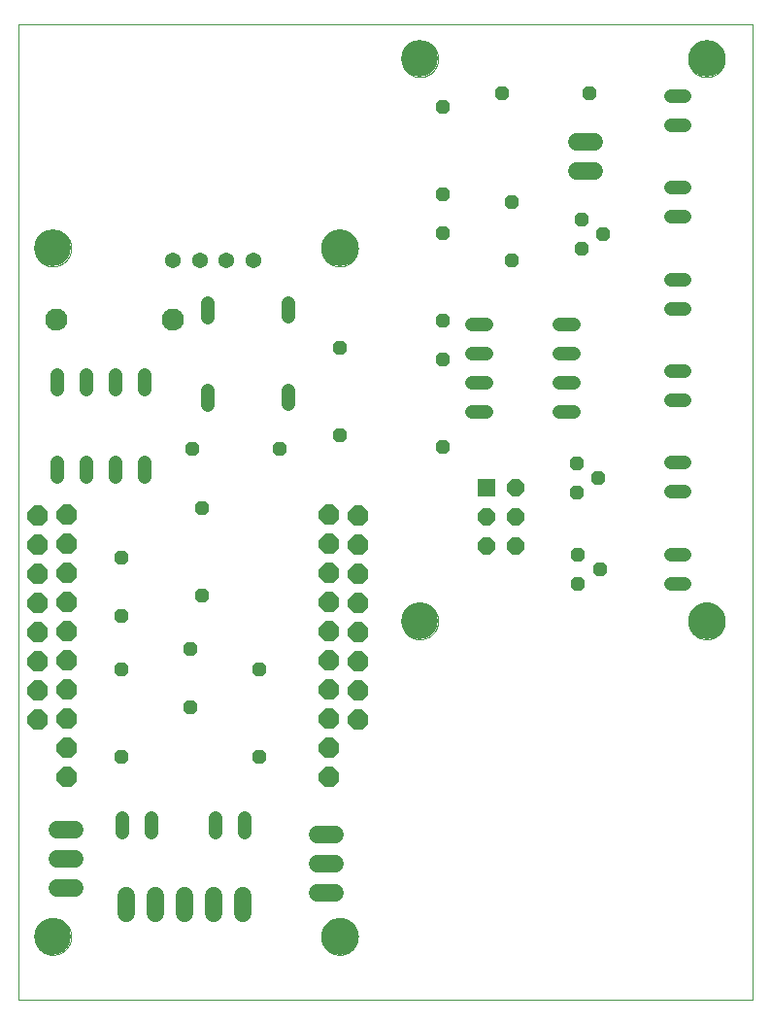
<source format=gbs>
G75*
%MOIN*%
%OFA0B0*%
%FSLAX25Y25*%
%IPPOS*%
%LPD*%
%AMOC8*
5,1,8,0,0,1.08239X$1,22.5*
%
%ADD10C,0.00000*%
%ADD11C,0.12598*%
%ADD12C,0.07600*%
%ADD13C,0.04800*%
%ADD14OC8,0.07000*%
%ADD15R,0.06000X0.06000*%
%ADD16OC8,0.06000*%
%ADD17C,0.06000*%
%ADD18OC8,0.04800*%
%ADD19C,0.05400*%
D10*
X0001000Y0001000D02*
X0001000Y0335646D01*
X0252969Y0335646D01*
X0252969Y0001000D01*
X0001000Y0001000D01*
X0006512Y0022654D02*
X0006514Y0022812D01*
X0006520Y0022970D01*
X0006530Y0023128D01*
X0006544Y0023286D01*
X0006562Y0023443D01*
X0006583Y0023600D01*
X0006609Y0023756D01*
X0006639Y0023912D01*
X0006672Y0024067D01*
X0006710Y0024220D01*
X0006751Y0024373D01*
X0006796Y0024525D01*
X0006845Y0024676D01*
X0006898Y0024825D01*
X0006954Y0024973D01*
X0007014Y0025119D01*
X0007078Y0025264D01*
X0007146Y0025407D01*
X0007217Y0025549D01*
X0007291Y0025689D01*
X0007369Y0025826D01*
X0007451Y0025962D01*
X0007535Y0026096D01*
X0007624Y0026227D01*
X0007715Y0026356D01*
X0007810Y0026483D01*
X0007907Y0026608D01*
X0008008Y0026730D01*
X0008112Y0026849D01*
X0008219Y0026966D01*
X0008329Y0027080D01*
X0008442Y0027191D01*
X0008557Y0027300D01*
X0008675Y0027405D01*
X0008796Y0027507D01*
X0008919Y0027607D01*
X0009045Y0027703D01*
X0009173Y0027796D01*
X0009303Y0027886D01*
X0009436Y0027972D01*
X0009571Y0028056D01*
X0009707Y0028135D01*
X0009846Y0028212D01*
X0009987Y0028284D01*
X0010129Y0028354D01*
X0010273Y0028419D01*
X0010419Y0028481D01*
X0010566Y0028539D01*
X0010715Y0028594D01*
X0010865Y0028645D01*
X0011016Y0028692D01*
X0011168Y0028735D01*
X0011321Y0028774D01*
X0011476Y0028810D01*
X0011631Y0028841D01*
X0011787Y0028869D01*
X0011943Y0028893D01*
X0012100Y0028913D01*
X0012258Y0028929D01*
X0012415Y0028941D01*
X0012574Y0028949D01*
X0012732Y0028953D01*
X0012890Y0028953D01*
X0013048Y0028949D01*
X0013207Y0028941D01*
X0013364Y0028929D01*
X0013522Y0028913D01*
X0013679Y0028893D01*
X0013835Y0028869D01*
X0013991Y0028841D01*
X0014146Y0028810D01*
X0014301Y0028774D01*
X0014454Y0028735D01*
X0014606Y0028692D01*
X0014757Y0028645D01*
X0014907Y0028594D01*
X0015056Y0028539D01*
X0015203Y0028481D01*
X0015349Y0028419D01*
X0015493Y0028354D01*
X0015635Y0028284D01*
X0015776Y0028212D01*
X0015915Y0028135D01*
X0016051Y0028056D01*
X0016186Y0027972D01*
X0016319Y0027886D01*
X0016449Y0027796D01*
X0016577Y0027703D01*
X0016703Y0027607D01*
X0016826Y0027507D01*
X0016947Y0027405D01*
X0017065Y0027300D01*
X0017180Y0027191D01*
X0017293Y0027080D01*
X0017403Y0026966D01*
X0017510Y0026849D01*
X0017614Y0026730D01*
X0017715Y0026608D01*
X0017812Y0026483D01*
X0017907Y0026356D01*
X0017998Y0026227D01*
X0018087Y0026096D01*
X0018171Y0025962D01*
X0018253Y0025826D01*
X0018331Y0025689D01*
X0018405Y0025549D01*
X0018476Y0025407D01*
X0018544Y0025264D01*
X0018608Y0025119D01*
X0018668Y0024973D01*
X0018724Y0024825D01*
X0018777Y0024676D01*
X0018826Y0024525D01*
X0018871Y0024373D01*
X0018912Y0024220D01*
X0018950Y0024067D01*
X0018983Y0023912D01*
X0019013Y0023756D01*
X0019039Y0023600D01*
X0019060Y0023443D01*
X0019078Y0023286D01*
X0019092Y0023128D01*
X0019102Y0022970D01*
X0019108Y0022812D01*
X0019110Y0022654D01*
X0019108Y0022496D01*
X0019102Y0022338D01*
X0019092Y0022180D01*
X0019078Y0022022D01*
X0019060Y0021865D01*
X0019039Y0021708D01*
X0019013Y0021552D01*
X0018983Y0021396D01*
X0018950Y0021241D01*
X0018912Y0021088D01*
X0018871Y0020935D01*
X0018826Y0020783D01*
X0018777Y0020632D01*
X0018724Y0020483D01*
X0018668Y0020335D01*
X0018608Y0020189D01*
X0018544Y0020044D01*
X0018476Y0019901D01*
X0018405Y0019759D01*
X0018331Y0019619D01*
X0018253Y0019482D01*
X0018171Y0019346D01*
X0018087Y0019212D01*
X0017998Y0019081D01*
X0017907Y0018952D01*
X0017812Y0018825D01*
X0017715Y0018700D01*
X0017614Y0018578D01*
X0017510Y0018459D01*
X0017403Y0018342D01*
X0017293Y0018228D01*
X0017180Y0018117D01*
X0017065Y0018008D01*
X0016947Y0017903D01*
X0016826Y0017801D01*
X0016703Y0017701D01*
X0016577Y0017605D01*
X0016449Y0017512D01*
X0016319Y0017422D01*
X0016186Y0017336D01*
X0016051Y0017252D01*
X0015915Y0017173D01*
X0015776Y0017096D01*
X0015635Y0017024D01*
X0015493Y0016954D01*
X0015349Y0016889D01*
X0015203Y0016827D01*
X0015056Y0016769D01*
X0014907Y0016714D01*
X0014757Y0016663D01*
X0014606Y0016616D01*
X0014454Y0016573D01*
X0014301Y0016534D01*
X0014146Y0016498D01*
X0013991Y0016467D01*
X0013835Y0016439D01*
X0013679Y0016415D01*
X0013522Y0016395D01*
X0013364Y0016379D01*
X0013207Y0016367D01*
X0013048Y0016359D01*
X0012890Y0016355D01*
X0012732Y0016355D01*
X0012574Y0016359D01*
X0012415Y0016367D01*
X0012258Y0016379D01*
X0012100Y0016395D01*
X0011943Y0016415D01*
X0011787Y0016439D01*
X0011631Y0016467D01*
X0011476Y0016498D01*
X0011321Y0016534D01*
X0011168Y0016573D01*
X0011016Y0016616D01*
X0010865Y0016663D01*
X0010715Y0016714D01*
X0010566Y0016769D01*
X0010419Y0016827D01*
X0010273Y0016889D01*
X0010129Y0016954D01*
X0009987Y0017024D01*
X0009846Y0017096D01*
X0009707Y0017173D01*
X0009571Y0017252D01*
X0009436Y0017336D01*
X0009303Y0017422D01*
X0009173Y0017512D01*
X0009045Y0017605D01*
X0008919Y0017701D01*
X0008796Y0017801D01*
X0008675Y0017903D01*
X0008557Y0018008D01*
X0008442Y0018117D01*
X0008329Y0018228D01*
X0008219Y0018342D01*
X0008112Y0018459D01*
X0008008Y0018578D01*
X0007907Y0018700D01*
X0007810Y0018825D01*
X0007715Y0018952D01*
X0007624Y0019081D01*
X0007535Y0019212D01*
X0007451Y0019346D01*
X0007369Y0019482D01*
X0007291Y0019619D01*
X0007217Y0019759D01*
X0007146Y0019901D01*
X0007078Y0020044D01*
X0007014Y0020189D01*
X0006954Y0020335D01*
X0006898Y0020483D01*
X0006845Y0020632D01*
X0006796Y0020783D01*
X0006751Y0020935D01*
X0006710Y0021088D01*
X0006672Y0021241D01*
X0006639Y0021396D01*
X0006609Y0021552D01*
X0006583Y0021708D01*
X0006562Y0021865D01*
X0006544Y0022022D01*
X0006530Y0022180D01*
X0006520Y0022338D01*
X0006514Y0022496D01*
X0006512Y0022654D01*
X0104937Y0022654D02*
X0104939Y0022812D01*
X0104945Y0022970D01*
X0104955Y0023128D01*
X0104969Y0023286D01*
X0104987Y0023443D01*
X0105008Y0023600D01*
X0105034Y0023756D01*
X0105064Y0023912D01*
X0105097Y0024067D01*
X0105135Y0024220D01*
X0105176Y0024373D01*
X0105221Y0024525D01*
X0105270Y0024676D01*
X0105323Y0024825D01*
X0105379Y0024973D01*
X0105439Y0025119D01*
X0105503Y0025264D01*
X0105571Y0025407D01*
X0105642Y0025549D01*
X0105716Y0025689D01*
X0105794Y0025826D01*
X0105876Y0025962D01*
X0105960Y0026096D01*
X0106049Y0026227D01*
X0106140Y0026356D01*
X0106235Y0026483D01*
X0106332Y0026608D01*
X0106433Y0026730D01*
X0106537Y0026849D01*
X0106644Y0026966D01*
X0106754Y0027080D01*
X0106867Y0027191D01*
X0106982Y0027300D01*
X0107100Y0027405D01*
X0107221Y0027507D01*
X0107344Y0027607D01*
X0107470Y0027703D01*
X0107598Y0027796D01*
X0107728Y0027886D01*
X0107861Y0027972D01*
X0107996Y0028056D01*
X0108132Y0028135D01*
X0108271Y0028212D01*
X0108412Y0028284D01*
X0108554Y0028354D01*
X0108698Y0028419D01*
X0108844Y0028481D01*
X0108991Y0028539D01*
X0109140Y0028594D01*
X0109290Y0028645D01*
X0109441Y0028692D01*
X0109593Y0028735D01*
X0109746Y0028774D01*
X0109901Y0028810D01*
X0110056Y0028841D01*
X0110212Y0028869D01*
X0110368Y0028893D01*
X0110525Y0028913D01*
X0110683Y0028929D01*
X0110840Y0028941D01*
X0110999Y0028949D01*
X0111157Y0028953D01*
X0111315Y0028953D01*
X0111473Y0028949D01*
X0111632Y0028941D01*
X0111789Y0028929D01*
X0111947Y0028913D01*
X0112104Y0028893D01*
X0112260Y0028869D01*
X0112416Y0028841D01*
X0112571Y0028810D01*
X0112726Y0028774D01*
X0112879Y0028735D01*
X0113031Y0028692D01*
X0113182Y0028645D01*
X0113332Y0028594D01*
X0113481Y0028539D01*
X0113628Y0028481D01*
X0113774Y0028419D01*
X0113918Y0028354D01*
X0114060Y0028284D01*
X0114201Y0028212D01*
X0114340Y0028135D01*
X0114476Y0028056D01*
X0114611Y0027972D01*
X0114744Y0027886D01*
X0114874Y0027796D01*
X0115002Y0027703D01*
X0115128Y0027607D01*
X0115251Y0027507D01*
X0115372Y0027405D01*
X0115490Y0027300D01*
X0115605Y0027191D01*
X0115718Y0027080D01*
X0115828Y0026966D01*
X0115935Y0026849D01*
X0116039Y0026730D01*
X0116140Y0026608D01*
X0116237Y0026483D01*
X0116332Y0026356D01*
X0116423Y0026227D01*
X0116512Y0026096D01*
X0116596Y0025962D01*
X0116678Y0025826D01*
X0116756Y0025689D01*
X0116830Y0025549D01*
X0116901Y0025407D01*
X0116969Y0025264D01*
X0117033Y0025119D01*
X0117093Y0024973D01*
X0117149Y0024825D01*
X0117202Y0024676D01*
X0117251Y0024525D01*
X0117296Y0024373D01*
X0117337Y0024220D01*
X0117375Y0024067D01*
X0117408Y0023912D01*
X0117438Y0023756D01*
X0117464Y0023600D01*
X0117485Y0023443D01*
X0117503Y0023286D01*
X0117517Y0023128D01*
X0117527Y0022970D01*
X0117533Y0022812D01*
X0117535Y0022654D01*
X0117533Y0022496D01*
X0117527Y0022338D01*
X0117517Y0022180D01*
X0117503Y0022022D01*
X0117485Y0021865D01*
X0117464Y0021708D01*
X0117438Y0021552D01*
X0117408Y0021396D01*
X0117375Y0021241D01*
X0117337Y0021088D01*
X0117296Y0020935D01*
X0117251Y0020783D01*
X0117202Y0020632D01*
X0117149Y0020483D01*
X0117093Y0020335D01*
X0117033Y0020189D01*
X0116969Y0020044D01*
X0116901Y0019901D01*
X0116830Y0019759D01*
X0116756Y0019619D01*
X0116678Y0019482D01*
X0116596Y0019346D01*
X0116512Y0019212D01*
X0116423Y0019081D01*
X0116332Y0018952D01*
X0116237Y0018825D01*
X0116140Y0018700D01*
X0116039Y0018578D01*
X0115935Y0018459D01*
X0115828Y0018342D01*
X0115718Y0018228D01*
X0115605Y0018117D01*
X0115490Y0018008D01*
X0115372Y0017903D01*
X0115251Y0017801D01*
X0115128Y0017701D01*
X0115002Y0017605D01*
X0114874Y0017512D01*
X0114744Y0017422D01*
X0114611Y0017336D01*
X0114476Y0017252D01*
X0114340Y0017173D01*
X0114201Y0017096D01*
X0114060Y0017024D01*
X0113918Y0016954D01*
X0113774Y0016889D01*
X0113628Y0016827D01*
X0113481Y0016769D01*
X0113332Y0016714D01*
X0113182Y0016663D01*
X0113031Y0016616D01*
X0112879Y0016573D01*
X0112726Y0016534D01*
X0112571Y0016498D01*
X0112416Y0016467D01*
X0112260Y0016439D01*
X0112104Y0016415D01*
X0111947Y0016395D01*
X0111789Y0016379D01*
X0111632Y0016367D01*
X0111473Y0016359D01*
X0111315Y0016355D01*
X0111157Y0016355D01*
X0110999Y0016359D01*
X0110840Y0016367D01*
X0110683Y0016379D01*
X0110525Y0016395D01*
X0110368Y0016415D01*
X0110212Y0016439D01*
X0110056Y0016467D01*
X0109901Y0016498D01*
X0109746Y0016534D01*
X0109593Y0016573D01*
X0109441Y0016616D01*
X0109290Y0016663D01*
X0109140Y0016714D01*
X0108991Y0016769D01*
X0108844Y0016827D01*
X0108698Y0016889D01*
X0108554Y0016954D01*
X0108412Y0017024D01*
X0108271Y0017096D01*
X0108132Y0017173D01*
X0107996Y0017252D01*
X0107861Y0017336D01*
X0107728Y0017422D01*
X0107598Y0017512D01*
X0107470Y0017605D01*
X0107344Y0017701D01*
X0107221Y0017801D01*
X0107100Y0017903D01*
X0106982Y0018008D01*
X0106867Y0018117D01*
X0106754Y0018228D01*
X0106644Y0018342D01*
X0106537Y0018459D01*
X0106433Y0018578D01*
X0106332Y0018700D01*
X0106235Y0018825D01*
X0106140Y0018952D01*
X0106049Y0019081D01*
X0105960Y0019212D01*
X0105876Y0019346D01*
X0105794Y0019482D01*
X0105716Y0019619D01*
X0105642Y0019759D01*
X0105571Y0019901D01*
X0105503Y0020044D01*
X0105439Y0020189D01*
X0105379Y0020335D01*
X0105323Y0020483D01*
X0105270Y0020632D01*
X0105221Y0020783D01*
X0105176Y0020935D01*
X0105135Y0021088D01*
X0105097Y0021241D01*
X0105064Y0021396D01*
X0105034Y0021552D01*
X0105008Y0021708D01*
X0104987Y0021865D01*
X0104969Y0022022D01*
X0104955Y0022180D01*
X0104945Y0022338D01*
X0104939Y0022496D01*
X0104937Y0022654D01*
X0132496Y0130921D02*
X0132498Y0131079D01*
X0132504Y0131237D01*
X0132514Y0131395D01*
X0132528Y0131553D01*
X0132546Y0131710D01*
X0132567Y0131867D01*
X0132593Y0132023D01*
X0132623Y0132179D01*
X0132656Y0132334D01*
X0132694Y0132487D01*
X0132735Y0132640D01*
X0132780Y0132792D01*
X0132829Y0132943D01*
X0132882Y0133092D01*
X0132938Y0133240D01*
X0132998Y0133386D01*
X0133062Y0133531D01*
X0133130Y0133674D01*
X0133201Y0133816D01*
X0133275Y0133956D01*
X0133353Y0134093D01*
X0133435Y0134229D01*
X0133519Y0134363D01*
X0133608Y0134494D01*
X0133699Y0134623D01*
X0133794Y0134750D01*
X0133891Y0134875D01*
X0133992Y0134997D01*
X0134096Y0135116D01*
X0134203Y0135233D01*
X0134313Y0135347D01*
X0134426Y0135458D01*
X0134541Y0135567D01*
X0134659Y0135672D01*
X0134780Y0135774D01*
X0134903Y0135874D01*
X0135029Y0135970D01*
X0135157Y0136063D01*
X0135287Y0136153D01*
X0135420Y0136239D01*
X0135555Y0136323D01*
X0135691Y0136402D01*
X0135830Y0136479D01*
X0135971Y0136551D01*
X0136113Y0136621D01*
X0136257Y0136686D01*
X0136403Y0136748D01*
X0136550Y0136806D01*
X0136699Y0136861D01*
X0136849Y0136912D01*
X0137000Y0136959D01*
X0137152Y0137002D01*
X0137305Y0137041D01*
X0137460Y0137077D01*
X0137615Y0137108D01*
X0137771Y0137136D01*
X0137927Y0137160D01*
X0138084Y0137180D01*
X0138242Y0137196D01*
X0138399Y0137208D01*
X0138558Y0137216D01*
X0138716Y0137220D01*
X0138874Y0137220D01*
X0139032Y0137216D01*
X0139191Y0137208D01*
X0139348Y0137196D01*
X0139506Y0137180D01*
X0139663Y0137160D01*
X0139819Y0137136D01*
X0139975Y0137108D01*
X0140130Y0137077D01*
X0140285Y0137041D01*
X0140438Y0137002D01*
X0140590Y0136959D01*
X0140741Y0136912D01*
X0140891Y0136861D01*
X0141040Y0136806D01*
X0141187Y0136748D01*
X0141333Y0136686D01*
X0141477Y0136621D01*
X0141619Y0136551D01*
X0141760Y0136479D01*
X0141899Y0136402D01*
X0142035Y0136323D01*
X0142170Y0136239D01*
X0142303Y0136153D01*
X0142433Y0136063D01*
X0142561Y0135970D01*
X0142687Y0135874D01*
X0142810Y0135774D01*
X0142931Y0135672D01*
X0143049Y0135567D01*
X0143164Y0135458D01*
X0143277Y0135347D01*
X0143387Y0135233D01*
X0143494Y0135116D01*
X0143598Y0134997D01*
X0143699Y0134875D01*
X0143796Y0134750D01*
X0143891Y0134623D01*
X0143982Y0134494D01*
X0144071Y0134363D01*
X0144155Y0134229D01*
X0144237Y0134093D01*
X0144315Y0133956D01*
X0144389Y0133816D01*
X0144460Y0133674D01*
X0144528Y0133531D01*
X0144592Y0133386D01*
X0144652Y0133240D01*
X0144708Y0133092D01*
X0144761Y0132943D01*
X0144810Y0132792D01*
X0144855Y0132640D01*
X0144896Y0132487D01*
X0144934Y0132334D01*
X0144967Y0132179D01*
X0144997Y0132023D01*
X0145023Y0131867D01*
X0145044Y0131710D01*
X0145062Y0131553D01*
X0145076Y0131395D01*
X0145086Y0131237D01*
X0145092Y0131079D01*
X0145094Y0130921D01*
X0145092Y0130763D01*
X0145086Y0130605D01*
X0145076Y0130447D01*
X0145062Y0130289D01*
X0145044Y0130132D01*
X0145023Y0129975D01*
X0144997Y0129819D01*
X0144967Y0129663D01*
X0144934Y0129508D01*
X0144896Y0129355D01*
X0144855Y0129202D01*
X0144810Y0129050D01*
X0144761Y0128899D01*
X0144708Y0128750D01*
X0144652Y0128602D01*
X0144592Y0128456D01*
X0144528Y0128311D01*
X0144460Y0128168D01*
X0144389Y0128026D01*
X0144315Y0127886D01*
X0144237Y0127749D01*
X0144155Y0127613D01*
X0144071Y0127479D01*
X0143982Y0127348D01*
X0143891Y0127219D01*
X0143796Y0127092D01*
X0143699Y0126967D01*
X0143598Y0126845D01*
X0143494Y0126726D01*
X0143387Y0126609D01*
X0143277Y0126495D01*
X0143164Y0126384D01*
X0143049Y0126275D01*
X0142931Y0126170D01*
X0142810Y0126068D01*
X0142687Y0125968D01*
X0142561Y0125872D01*
X0142433Y0125779D01*
X0142303Y0125689D01*
X0142170Y0125603D01*
X0142035Y0125519D01*
X0141899Y0125440D01*
X0141760Y0125363D01*
X0141619Y0125291D01*
X0141477Y0125221D01*
X0141333Y0125156D01*
X0141187Y0125094D01*
X0141040Y0125036D01*
X0140891Y0124981D01*
X0140741Y0124930D01*
X0140590Y0124883D01*
X0140438Y0124840D01*
X0140285Y0124801D01*
X0140130Y0124765D01*
X0139975Y0124734D01*
X0139819Y0124706D01*
X0139663Y0124682D01*
X0139506Y0124662D01*
X0139348Y0124646D01*
X0139191Y0124634D01*
X0139032Y0124626D01*
X0138874Y0124622D01*
X0138716Y0124622D01*
X0138558Y0124626D01*
X0138399Y0124634D01*
X0138242Y0124646D01*
X0138084Y0124662D01*
X0137927Y0124682D01*
X0137771Y0124706D01*
X0137615Y0124734D01*
X0137460Y0124765D01*
X0137305Y0124801D01*
X0137152Y0124840D01*
X0137000Y0124883D01*
X0136849Y0124930D01*
X0136699Y0124981D01*
X0136550Y0125036D01*
X0136403Y0125094D01*
X0136257Y0125156D01*
X0136113Y0125221D01*
X0135971Y0125291D01*
X0135830Y0125363D01*
X0135691Y0125440D01*
X0135555Y0125519D01*
X0135420Y0125603D01*
X0135287Y0125689D01*
X0135157Y0125779D01*
X0135029Y0125872D01*
X0134903Y0125968D01*
X0134780Y0126068D01*
X0134659Y0126170D01*
X0134541Y0126275D01*
X0134426Y0126384D01*
X0134313Y0126495D01*
X0134203Y0126609D01*
X0134096Y0126726D01*
X0133992Y0126845D01*
X0133891Y0126967D01*
X0133794Y0127092D01*
X0133699Y0127219D01*
X0133608Y0127348D01*
X0133519Y0127479D01*
X0133435Y0127613D01*
X0133353Y0127749D01*
X0133275Y0127886D01*
X0133201Y0128026D01*
X0133130Y0128168D01*
X0133062Y0128311D01*
X0132998Y0128456D01*
X0132938Y0128602D01*
X0132882Y0128750D01*
X0132829Y0128899D01*
X0132780Y0129050D01*
X0132735Y0129202D01*
X0132694Y0129355D01*
X0132656Y0129508D01*
X0132623Y0129663D01*
X0132593Y0129819D01*
X0132567Y0129975D01*
X0132546Y0130132D01*
X0132528Y0130289D01*
X0132514Y0130447D01*
X0132504Y0130605D01*
X0132498Y0130763D01*
X0132496Y0130921D01*
X0104937Y0258874D02*
X0104939Y0259032D01*
X0104945Y0259190D01*
X0104955Y0259348D01*
X0104969Y0259506D01*
X0104987Y0259663D01*
X0105008Y0259820D01*
X0105034Y0259976D01*
X0105064Y0260132D01*
X0105097Y0260287D01*
X0105135Y0260440D01*
X0105176Y0260593D01*
X0105221Y0260745D01*
X0105270Y0260896D01*
X0105323Y0261045D01*
X0105379Y0261193D01*
X0105439Y0261339D01*
X0105503Y0261484D01*
X0105571Y0261627D01*
X0105642Y0261769D01*
X0105716Y0261909D01*
X0105794Y0262046D01*
X0105876Y0262182D01*
X0105960Y0262316D01*
X0106049Y0262447D01*
X0106140Y0262576D01*
X0106235Y0262703D01*
X0106332Y0262828D01*
X0106433Y0262950D01*
X0106537Y0263069D01*
X0106644Y0263186D01*
X0106754Y0263300D01*
X0106867Y0263411D01*
X0106982Y0263520D01*
X0107100Y0263625D01*
X0107221Y0263727D01*
X0107344Y0263827D01*
X0107470Y0263923D01*
X0107598Y0264016D01*
X0107728Y0264106D01*
X0107861Y0264192D01*
X0107996Y0264276D01*
X0108132Y0264355D01*
X0108271Y0264432D01*
X0108412Y0264504D01*
X0108554Y0264574D01*
X0108698Y0264639D01*
X0108844Y0264701D01*
X0108991Y0264759D01*
X0109140Y0264814D01*
X0109290Y0264865D01*
X0109441Y0264912D01*
X0109593Y0264955D01*
X0109746Y0264994D01*
X0109901Y0265030D01*
X0110056Y0265061D01*
X0110212Y0265089D01*
X0110368Y0265113D01*
X0110525Y0265133D01*
X0110683Y0265149D01*
X0110840Y0265161D01*
X0110999Y0265169D01*
X0111157Y0265173D01*
X0111315Y0265173D01*
X0111473Y0265169D01*
X0111632Y0265161D01*
X0111789Y0265149D01*
X0111947Y0265133D01*
X0112104Y0265113D01*
X0112260Y0265089D01*
X0112416Y0265061D01*
X0112571Y0265030D01*
X0112726Y0264994D01*
X0112879Y0264955D01*
X0113031Y0264912D01*
X0113182Y0264865D01*
X0113332Y0264814D01*
X0113481Y0264759D01*
X0113628Y0264701D01*
X0113774Y0264639D01*
X0113918Y0264574D01*
X0114060Y0264504D01*
X0114201Y0264432D01*
X0114340Y0264355D01*
X0114476Y0264276D01*
X0114611Y0264192D01*
X0114744Y0264106D01*
X0114874Y0264016D01*
X0115002Y0263923D01*
X0115128Y0263827D01*
X0115251Y0263727D01*
X0115372Y0263625D01*
X0115490Y0263520D01*
X0115605Y0263411D01*
X0115718Y0263300D01*
X0115828Y0263186D01*
X0115935Y0263069D01*
X0116039Y0262950D01*
X0116140Y0262828D01*
X0116237Y0262703D01*
X0116332Y0262576D01*
X0116423Y0262447D01*
X0116512Y0262316D01*
X0116596Y0262182D01*
X0116678Y0262046D01*
X0116756Y0261909D01*
X0116830Y0261769D01*
X0116901Y0261627D01*
X0116969Y0261484D01*
X0117033Y0261339D01*
X0117093Y0261193D01*
X0117149Y0261045D01*
X0117202Y0260896D01*
X0117251Y0260745D01*
X0117296Y0260593D01*
X0117337Y0260440D01*
X0117375Y0260287D01*
X0117408Y0260132D01*
X0117438Y0259976D01*
X0117464Y0259820D01*
X0117485Y0259663D01*
X0117503Y0259506D01*
X0117517Y0259348D01*
X0117527Y0259190D01*
X0117533Y0259032D01*
X0117535Y0258874D01*
X0117533Y0258716D01*
X0117527Y0258558D01*
X0117517Y0258400D01*
X0117503Y0258242D01*
X0117485Y0258085D01*
X0117464Y0257928D01*
X0117438Y0257772D01*
X0117408Y0257616D01*
X0117375Y0257461D01*
X0117337Y0257308D01*
X0117296Y0257155D01*
X0117251Y0257003D01*
X0117202Y0256852D01*
X0117149Y0256703D01*
X0117093Y0256555D01*
X0117033Y0256409D01*
X0116969Y0256264D01*
X0116901Y0256121D01*
X0116830Y0255979D01*
X0116756Y0255839D01*
X0116678Y0255702D01*
X0116596Y0255566D01*
X0116512Y0255432D01*
X0116423Y0255301D01*
X0116332Y0255172D01*
X0116237Y0255045D01*
X0116140Y0254920D01*
X0116039Y0254798D01*
X0115935Y0254679D01*
X0115828Y0254562D01*
X0115718Y0254448D01*
X0115605Y0254337D01*
X0115490Y0254228D01*
X0115372Y0254123D01*
X0115251Y0254021D01*
X0115128Y0253921D01*
X0115002Y0253825D01*
X0114874Y0253732D01*
X0114744Y0253642D01*
X0114611Y0253556D01*
X0114476Y0253472D01*
X0114340Y0253393D01*
X0114201Y0253316D01*
X0114060Y0253244D01*
X0113918Y0253174D01*
X0113774Y0253109D01*
X0113628Y0253047D01*
X0113481Y0252989D01*
X0113332Y0252934D01*
X0113182Y0252883D01*
X0113031Y0252836D01*
X0112879Y0252793D01*
X0112726Y0252754D01*
X0112571Y0252718D01*
X0112416Y0252687D01*
X0112260Y0252659D01*
X0112104Y0252635D01*
X0111947Y0252615D01*
X0111789Y0252599D01*
X0111632Y0252587D01*
X0111473Y0252579D01*
X0111315Y0252575D01*
X0111157Y0252575D01*
X0110999Y0252579D01*
X0110840Y0252587D01*
X0110683Y0252599D01*
X0110525Y0252615D01*
X0110368Y0252635D01*
X0110212Y0252659D01*
X0110056Y0252687D01*
X0109901Y0252718D01*
X0109746Y0252754D01*
X0109593Y0252793D01*
X0109441Y0252836D01*
X0109290Y0252883D01*
X0109140Y0252934D01*
X0108991Y0252989D01*
X0108844Y0253047D01*
X0108698Y0253109D01*
X0108554Y0253174D01*
X0108412Y0253244D01*
X0108271Y0253316D01*
X0108132Y0253393D01*
X0107996Y0253472D01*
X0107861Y0253556D01*
X0107728Y0253642D01*
X0107598Y0253732D01*
X0107470Y0253825D01*
X0107344Y0253921D01*
X0107221Y0254021D01*
X0107100Y0254123D01*
X0106982Y0254228D01*
X0106867Y0254337D01*
X0106754Y0254448D01*
X0106644Y0254562D01*
X0106537Y0254679D01*
X0106433Y0254798D01*
X0106332Y0254920D01*
X0106235Y0255045D01*
X0106140Y0255172D01*
X0106049Y0255301D01*
X0105960Y0255432D01*
X0105876Y0255566D01*
X0105794Y0255702D01*
X0105716Y0255839D01*
X0105642Y0255979D01*
X0105571Y0256121D01*
X0105503Y0256264D01*
X0105439Y0256409D01*
X0105379Y0256555D01*
X0105323Y0256703D01*
X0105270Y0256852D01*
X0105221Y0257003D01*
X0105176Y0257155D01*
X0105135Y0257308D01*
X0105097Y0257461D01*
X0105064Y0257616D01*
X0105034Y0257772D01*
X0105008Y0257928D01*
X0104987Y0258085D01*
X0104969Y0258242D01*
X0104955Y0258400D01*
X0104945Y0258558D01*
X0104939Y0258716D01*
X0104937Y0258874D01*
X0132496Y0323835D02*
X0132498Y0323993D01*
X0132504Y0324151D01*
X0132514Y0324309D01*
X0132528Y0324467D01*
X0132546Y0324624D01*
X0132567Y0324781D01*
X0132593Y0324937D01*
X0132623Y0325093D01*
X0132656Y0325248D01*
X0132694Y0325401D01*
X0132735Y0325554D01*
X0132780Y0325706D01*
X0132829Y0325857D01*
X0132882Y0326006D01*
X0132938Y0326154D01*
X0132998Y0326300D01*
X0133062Y0326445D01*
X0133130Y0326588D01*
X0133201Y0326730D01*
X0133275Y0326870D01*
X0133353Y0327007D01*
X0133435Y0327143D01*
X0133519Y0327277D01*
X0133608Y0327408D01*
X0133699Y0327537D01*
X0133794Y0327664D01*
X0133891Y0327789D01*
X0133992Y0327911D01*
X0134096Y0328030D01*
X0134203Y0328147D01*
X0134313Y0328261D01*
X0134426Y0328372D01*
X0134541Y0328481D01*
X0134659Y0328586D01*
X0134780Y0328688D01*
X0134903Y0328788D01*
X0135029Y0328884D01*
X0135157Y0328977D01*
X0135287Y0329067D01*
X0135420Y0329153D01*
X0135555Y0329237D01*
X0135691Y0329316D01*
X0135830Y0329393D01*
X0135971Y0329465D01*
X0136113Y0329535D01*
X0136257Y0329600D01*
X0136403Y0329662D01*
X0136550Y0329720D01*
X0136699Y0329775D01*
X0136849Y0329826D01*
X0137000Y0329873D01*
X0137152Y0329916D01*
X0137305Y0329955D01*
X0137460Y0329991D01*
X0137615Y0330022D01*
X0137771Y0330050D01*
X0137927Y0330074D01*
X0138084Y0330094D01*
X0138242Y0330110D01*
X0138399Y0330122D01*
X0138558Y0330130D01*
X0138716Y0330134D01*
X0138874Y0330134D01*
X0139032Y0330130D01*
X0139191Y0330122D01*
X0139348Y0330110D01*
X0139506Y0330094D01*
X0139663Y0330074D01*
X0139819Y0330050D01*
X0139975Y0330022D01*
X0140130Y0329991D01*
X0140285Y0329955D01*
X0140438Y0329916D01*
X0140590Y0329873D01*
X0140741Y0329826D01*
X0140891Y0329775D01*
X0141040Y0329720D01*
X0141187Y0329662D01*
X0141333Y0329600D01*
X0141477Y0329535D01*
X0141619Y0329465D01*
X0141760Y0329393D01*
X0141899Y0329316D01*
X0142035Y0329237D01*
X0142170Y0329153D01*
X0142303Y0329067D01*
X0142433Y0328977D01*
X0142561Y0328884D01*
X0142687Y0328788D01*
X0142810Y0328688D01*
X0142931Y0328586D01*
X0143049Y0328481D01*
X0143164Y0328372D01*
X0143277Y0328261D01*
X0143387Y0328147D01*
X0143494Y0328030D01*
X0143598Y0327911D01*
X0143699Y0327789D01*
X0143796Y0327664D01*
X0143891Y0327537D01*
X0143982Y0327408D01*
X0144071Y0327277D01*
X0144155Y0327143D01*
X0144237Y0327007D01*
X0144315Y0326870D01*
X0144389Y0326730D01*
X0144460Y0326588D01*
X0144528Y0326445D01*
X0144592Y0326300D01*
X0144652Y0326154D01*
X0144708Y0326006D01*
X0144761Y0325857D01*
X0144810Y0325706D01*
X0144855Y0325554D01*
X0144896Y0325401D01*
X0144934Y0325248D01*
X0144967Y0325093D01*
X0144997Y0324937D01*
X0145023Y0324781D01*
X0145044Y0324624D01*
X0145062Y0324467D01*
X0145076Y0324309D01*
X0145086Y0324151D01*
X0145092Y0323993D01*
X0145094Y0323835D01*
X0145092Y0323677D01*
X0145086Y0323519D01*
X0145076Y0323361D01*
X0145062Y0323203D01*
X0145044Y0323046D01*
X0145023Y0322889D01*
X0144997Y0322733D01*
X0144967Y0322577D01*
X0144934Y0322422D01*
X0144896Y0322269D01*
X0144855Y0322116D01*
X0144810Y0321964D01*
X0144761Y0321813D01*
X0144708Y0321664D01*
X0144652Y0321516D01*
X0144592Y0321370D01*
X0144528Y0321225D01*
X0144460Y0321082D01*
X0144389Y0320940D01*
X0144315Y0320800D01*
X0144237Y0320663D01*
X0144155Y0320527D01*
X0144071Y0320393D01*
X0143982Y0320262D01*
X0143891Y0320133D01*
X0143796Y0320006D01*
X0143699Y0319881D01*
X0143598Y0319759D01*
X0143494Y0319640D01*
X0143387Y0319523D01*
X0143277Y0319409D01*
X0143164Y0319298D01*
X0143049Y0319189D01*
X0142931Y0319084D01*
X0142810Y0318982D01*
X0142687Y0318882D01*
X0142561Y0318786D01*
X0142433Y0318693D01*
X0142303Y0318603D01*
X0142170Y0318517D01*
X0142035Y0318433D01*
X0141899Y0318354D01*
X0141760Y0318277D01*
X0141619Y0318205D01*
X0141477Y0318135D01*
X0141333Y0318070D01*
X0141187Y0318008D01*
X0141040Y0317950D01*
X0140891Y0317895D01*
X0140741Y0317844D01*
X0140590Y0317797D01*
X0140438Y0317754D01*
X0140285Y0317715D01*
X0140130Y0317679D01*
X0139975Y0317648D01*
X0139819Y0317620D01*
X0139663Y0317596D01*
X0139506Y0317576D01*
X0139348Y0317560D01*
X0139191Y0317548D01*
X0139032Y0317540D01*
X0138874Y0317536D01*
X0138716Y0317536D01*
X0138558Y0317540D01*
X0138399Y0317548D01*
X0138242Y0317560D01*
X0138084Y0317576D01*
X0137927Y0317596D01*
X0137771Y0317620D01*
X0137615Y0317648D01*
X0137460Y0317679D01*
X0137305Y0317715D01*
X0137152Y0317754D01*
X0137000Y0317797D01*
X0136849Y0317844D01*
X0136699Y0317895D01*
X0136550Y0317950D01*
X0136403Y0318008D01*
X0136257Y0318070D01*
X0136113Y0318135D01*
X0135971Y0318205D01*
X0135830Y0318277D01*
X0135691Y0318354D01*
X0135555Y0318433D01*
X0135420Y0318517D01*
X0135287Y0318603D01*
X0135157Y0318693D01*
X0135029Y0318786D01*
X0134903Y0318882D01*
X0134780Y0318982D01*
X0134659Y0319084D01*
X0134541Y0319189D01*
X0134426Y0319298D01*
X0134313Y0319409D01*
X0134203Y0319523D01*
X0134096Y0319640D01*
X0133992Y0319759D01*
X0133891Y0319881D01*
X0133794Y0320006D01*
X0133699Y0320133D01*
X0133608Y0320262D01*
X0133519Y0320393D01*
X0133435Y0320527D01*
X0133353Y0320663D01*
X0133275Y0320800D01*
X0133201Y0320940D01*
X0133130Y0321082D01*
X0133062Y0321225D01*
X0132998Y0321370D01*
X0132938Y0321516D01*
X0132882Y0321664D01*
X0132829Y0321813D01*
X0132780Y0321964D01*
X0132735Y0322116D01*
X0132694Y0322269D01*
X0132656Y0322422D01*
X0132623Y0322577D01*
X0132593Y0322733D01*
X0132567Y0322889D01*
X0132546Y0323046D01*
X0132528Y0323203D01*
X0132514Y0323361D01*
X0132504Y0323519D01*
X0132498Y0323677D01*
X0132496Y0323835D01*
X0230921Y0323835D02*
X0230923Y0323993D01*
X0230929Y0324151D01*
X0230939Y0324309D01*
X0230953Y0324467D01*
X0230971Y0324624D01*
X0230992Y0324781D01*
X0231018Y0324937D01*
X0231048Y0325093D01*
X0231081Y0325248D01*
X0231119Y0325401D01*
X0231160Y0325554D01*
X0231205Y0325706D01*
X0231254Y0325857D01*
X0231307Y0326006D01*
X0231363Y0326154D01*
X0231423Y0326300D01*
X0231487Y0326445D01*
X0231555Y0326588D01*
X0231626Y0326730D01*
X0231700Y0326870D01*
X0231778Y0327007D01*
X0231860Y0327143D01*
X0231944Y0327277D01*
X0232033Y0327408D01*
X0232124Y0327537D01*
X0232219Y0327664D01*
X0232316Y0327789D01*
X0232417Y0327911D01*
X0232521Y0328030D01*
X0232628Y0328147D01*
X0232738Y0328261D01*
X0232851Y0328372D01*
X0232966Y0328481D01*
X0233084Y0328586D01*
X0233205Y0328688D01*
X0233328Y0328788D01*
X0233454Y0328884D01*
X0233582Y0328977D01*
X0233712Y0329067D01*
X0233845Y0329153D01*
X0233980Y0329237D01*
X0234116Y0329316D01*
X0234255Y0329393D01*
X0234396Y0329465D01*
X0234538Y0329535D01*
X0234682Y0329600D01*
X0234828Y0329662D01*
X0234975Y0329720D01*
X0235124Y0329775D01*
X0235274Y0329826D01*
X0235425Y0329873D01*
X0235577Y0329916D01*
X0235730Y0329955D01*
X0235885Y0329991D01*
X0236040Y0330022D01*
X0236196Y0330050D01*
X0236352Y0330074D01*
X0236509Y0330094D01*
X0236667Y0330110D01*
X0236824Y0330122D01*
X0236983Y0330130D01*
X0237141Y0330134D01*
X0237299Y0330134D01*
X0237457Y0330130D01*
X0237616Y0330122D01*
X0237773Y0330110D01*
X0237931Y0330094D01*
X0238088Y0330074D01*
X0238244Y0330050D01*
X0238400Y0330022D01*
X0238555Y0329991D01*
X0238710Y0329955D01*
X0238863Y0329916D01*
X0239015Y0329873D01*
X0239166Y0329826D01*
X0239316Y0329775D01*
X0239465Y0329720D01*
X0239612Y0329662D01*
X0239758Y0329600D01*
X0239902Y0329535D01*
X0240044Y0329465D01*
X0240185Y0329393D01*
X0240324Y0329316D01*
X0240460Y0329237D01*
X0240595Y0329153D01*
X0240728Y0329067D01*
X0240858Y0328977D01*
X0240986Y0328884D01*
X0241112Y0328788D01*
X0241235Y0328688D01*
X0241356Y0328586D01*
X0241474Y0328481D01*
X0241589Y0328372D01*
X0241702Y0328261D01*
X0241812Y0328147D01*
X0241919Y0328030D01*
X0242023Y0327911D01*
X0242124Y0327789D01*
X0242221Y0327664D01*
X0242316Y0327537D01*
X0242407Y0327408D01*
X0242496Y0327277D01*
X0242580Y0327143D01*
X0242662Y0327007D01*
X0242740Y0326870D01*
X0242814Y0326730D01*
X0242885Y0326588D01*
X0242953Y0326445D01*
X0243017Y0326300D01*
X0243077Y0326154D01*
X0243133Y0326006D01*
X0243186Y0325857D01*
X0243235Y0325706D01*
X0243280Y0325554D01*
X0243321Y0325401D01*
X0243359Y0325248D01*
X0243392Y0325093D01*
X0243422Y0324937D01*
X0243448Y0324781D01*
X0243469Y0324624D01*
X0243487Y0324467D01*
X0243501Y0324309D01*
X0243511Y0324151D01*
X0243517Y0323993D01*
X0243519Y0323835D01*
X0243517Y0323677D01*
X0243511Y0323519D01*
X0243501Y0323361D01*
X0243487Y0323203D01*
X0243469Y0323046D01*
X0243448Y0322889D01*
X0243422Y0322733D01*
X0243392Y0322577D01*
X0243359Y0322422D01*
X0243321Y0322269D01*
X0243280Y0322116D01*
X0243235Y0321964D01*
X0243186Y0321813D01*
X0243133Y0321664D01*
X0243077Y0321516D01*
X0243017Y0321370D01*
X0242953Y0321225D01*
X0242885Y0321082D01*
X0242814Y0320940D01*
X0242740Y0320800D01*
X0242662Y0320663D01*
X0242580Y0320527D01*
X0242496Y0320393D01*
X0242407Y0320262D01*
X0242316Y0320133D01*
X0242221Y0320006D01*
X0242124Y0319881D01*
X0242023Y0319759D01*
X0241919Y0319640D01*
X0241812Y0319523D01*
X0241702Y0319409D01*
X0241589Y0319298D01*
X0241474Y0319189D01*
X0241356Y0319084D01*
X0241235Y0318982D01*
X0241112Y0318882D01*
X0240986Y0318786D01*
X0240858Y0318693D01*
X0240728Y0318603D01*
X0240595Y0318517D01*
X0240460Y0318433D01*
X0240324Y0318354D01*
X0240185Y0318277D01*
X0240044Y0318205D01*
X0239902Y0318135D01*
X0239758Y0318070D01*
X0239612Y0318008D01*
X0239465Y0317950D01*
X0239316Y0317895D01*
X0239166Y0317844D01*
X0239015Y0317797D01*
X0238863Y0317754D01*
X0238710Y0317715D01*
X0238555Y0317679D01*
X0238400Y0317648D01*
X0238244Y0317620D01*
X0238088Y0317596D01*
X0237931Y0317576D01*
X0237773Y0317560D01*
X0237616Y0317548D01*
X0237457Y0317540D01*
X0237299Y0317536D01*
X0237141Y0317536D01*
X0236983Y0317540D01*
X0236824Y0317548D01*
X0236667Y0317560D01*
X0236509Y0317576D01*
X0236352Y0317596D01*
X0236196Y0317620D01*
X0236040Y0317648D01*
X0235885Y0317679D01*
X0235730Y0317715D01*
X0235577Y0317754D01*
X0235425Y0317797D01*
X0235274Y0317844D01*
X0235124Y0317895D01*
X0234975Y0317950D01*
X0234828Y0318008D01*
X0234682Y0318070D01*
X0234538Y0318135D01*
X0234396Y0318205D01*
X0234255Y0318277D01*
X0234116Y0318354D01*
X0233980Y0318433D01*
X0233845Y0318517D01*
X0233712Y0318603D01*
X0233582Y0318693D01*
X0233454Y0318786D01*
X0233328Y0318882D01*
X0233205Y0318982D01*
X0233084Y0319084D01*
X0232966Y0319189D01*
X0232851Y0319298D01*
X0232738Y0319409D01*
X0232628Y0319523D01*
X0232521Y0319640D01*
X0232417Y0319759D01*
X0232316Y0319881D01*
X0232219Y0320006D01*
X0232124Y0320133D01*
X0232033Y0320262D01*
X0231944Y0320393D01*
X0231860Y0320527D01*
X0231778Y0320663D01*
X0231700Y0320800D01*
X0231626Y0320940D01*
X0231555Y0321082D01*
X0231487Y0321225D01*
X0231423Y0321370D01*
X0231363Y0321516D01*
X0231307Y0321664D01*
X0231254Y0321813D01*
X0231205Y0321964D01*
X0231160Y0322116D01*
X0231119Y0322269D01*
X0231081Y0322422D01*
X0231048Y0322577D01*
X0231018Y0322733D01*
X0230992Y0322889D01*
X0230971Y0323046D01*
X0230953Y0323203D01*
X0230939Y0323361D01*
X0230929Y0323519D01*
X0230923Y0323677D01*
X0230921Y0323835D01*
X0230921Y0130921D02*
X0230923Y0131079D01*
X0230929Y0131237D01*
X0230939Y0131395D01*
X0230953Y0131553D01*
X0230971Y0131710D01*
X0230992Y0131867D01*
X0231018Y0132023D01*
X0231048Y0132179D01*
X0231081Y0132334D01*
X0231119Y0132487D01*
X0231160Y0132640D01*
X0231205Y0132792D01*
X0231254Y0132943D01*
X0231307Y0133092D01*
X0231363Y0133240D01*
X0231423Y0133386D01*
X0231487Y0133531D01*
X0231555Y0133674D01*
X0231626Y0133816D01*
X0231700Y0133956D01*
X0231778Y0134093D01*
X0231860Y0134229D01*
X0231944Y0134363D01*
X0232033Y0134494D01*
X0232124Y0134623D01*
X0232219Y0134750D01*
X0232316Y0134875D01*
X0232417Y0134997D01*
X0232521Y0135116D01*
X0232628Y0135233D01*
X0232738Y0135347D01*
X0232851Y0135458D01*
X0232966Y0135567D01*
X0233084Y0135672D01*
X0233205Y0135774D01*
X0233328Y0135874D01*
X0233454Y0135970D01*
X0233582Y0136063D01*
X0233712Y0136153D01*
X0233845Y0136239D01*
X0233980Y0136323D01*
X0234116Y0136402D01*
X0234255Y0136479D01*
X0234396Y0136551D01*
X0234538Y0136621D01*
X0234682Y0136686D01*
X0234828Y0136748D01*
X0234975Y0136806D01*
X0235124Y0136861D01*
X0235274Y0136912D01*
X0235425Y0136959D01*
X0235577Y0137002D01*
X0235730Y0137041D01*
X0235885Y0137077D01*
X0236040Y0137108D01*
X0236196Y0137136D01*
X0236352Y0137160D01*
X0236509Y0137180D01*
X0236667Y0137196D01*
X0236824Y0137208D01*
X0236983Y0137216D01*
X0237141Y0137220D01*
X0237299Y0137220D01*
X0237457Y0137216D01*
X0237616Y0137208D01*
X0237773Y0137196D01*
X0237931Y0137180D01*
X0238088Y0137160D01*
X0238244Y0137136D01*
X0238400Y0137108D01*
X0238555Y0137077D01*
X0238710Y0137041D01*
X0238863Y0137002D01*
X0239015Y0136959D01*
X0239166Y0136912D01*
X0239316Y0136861D01*
X0239465Y0136806D01*
X0239612Y0136748D01*
X0239758Y0136686D01*
X0239902Y0136621D01*
X0240044Y0136551D01*
X0240185Y0136479D01*
X0240324Y0136402D01*
X0240460Y0136323D01*
X0240595Y0136239D01*
X0240728Y0136153D01*
X0240858Y0136063D01*
X0240986Y0135970D01*
X0241112Y0135874D01*
X0241235Y0135774D01*
X0241356Y0135672D01*
X0241474Y0135567D01*
X0241589Y0135458D01*
X0241702Y0135347D01*
X0241812Y0135233D01*
X0241919Y0135116D01*
X0242023Y0134997D01*
X0242124Y0134875D01*
X0242221Y0134750D01*
X0242316Y0134623D01*
X0242407Y0134494D01*
X0242496Y0134363D01*
X0242580Y0134229D01*
X0242662Y0134093D01*
X0242740Y0133956D01*
X0242814Y0133816D01*
X0242885Y0133674D01*
X0242953Y0133531D01*
X0243017Y0133386D01*
X0243077Y0133240D01*
X0243133Y0133092D01*
X0243186Y0132943D01*
X0243235Y0132792D01*
X0243280Y0132640D01*
X0243321Y0132487D01*
X0243359Y0132334D01*
X0243392Y0132179D01*
X0243422Y0132023D01*
X0243448Y0131867D01*
X0243469Y0131710D01*
X0243487Y0131553D01*
X0243501Y0131395D01*
X0243511Y0131237D01*
X0243517Y0131079D01*
X0243519Y0130921D01*
X0243517Y0130763D01*
X0243511Y0130605D01*
X0243501Y0130447D01*
X0243487Y0130289D01*
X0243469Y0130132D01*
X0243448Y0129975D01*
X0243422Y0129819D01*
X0243392Y0129663D01*
X0243359Y0129508D01*
X0243321Y0129355D01*
X0243280Y0129202D01*
X0243235Y0129050D01*
X0243186Y0128899D01*
X0243133Y0128750D01*
X0243077Y0128602D01*
X0243017Y0128456D01*
X0242953Y0128311D01*
X0242885Y0128168D01*
X0242814Y0128026D01*
X0242740Y0127886D01*
X0242662Y0127749D01*
X0242580Y0127613D01*
X0242496Y0127479D01*
X0242407Y0127348D01*
X0242316Y0127219D01*
X0242221Y0127092D01*
X0242124Y0126967D01*
X0242023Y0126845D01*
X0241919Y0126726D01*
X0241812Y0126609D01*
X0241702Y0126495D01*
X0241589Y0126384D01*
X0241474Y0126275D01*
X0241356Y0126170D01*
X0241235Y0126068D01*
X0241112Y0125968D01*
X0240986Y0125872D01*
X0240858Y0125779D01*
X0240728Y0125689D01*
X0240595Y0125603D01*
X0240460Y0125519D01*
X0240324Y0125440D01*
X0240185Y0125363D01*
X0240044Y0125291D01*
X0239902Y0125221D01*
X0239758Y0125156D01*
X0239612Y0125094D01*
X0239465Y0125036D01*
X0239316Y0124981D01*
X0239166Y0124930D01*
X0239015Y0124883D01*
X0238863Y0124840D01*
X0238710Y0124801D01*
X0238555Y0124765D01*
X0238400Y0124734D01*
X0238244Y0124706D01*
X0238088Y0124682D01*
X0237931Y0124662D01*
X0237773Y0124646D01*
X0237616Y0124634D01*
X0237457Y0124626D01*
X0237299Y0124622D01*
X0237141Y0124622D01*
X0236983Y0124626D01*
X0236824Y0124634D01*
X0236667Y0124646D01*
X0236509Y0124662D01*
X0236352Y0124682D01*
X0236196Y0124706D01*
X0236040Y0124734D01*
X0235885Y0124765D01*
X0235730Y0124801D01*
X0235577Y0124840D01*
X0235425Y0124883D01*
X0235274Y0124930D01*
X0235124Y0124981D01*
X0234975Y0125036D01*
X0234828Y0125094D01*
X0234682Y0125156D01*
X0234538Y0125221D01*
X0234396Y0125291D01*
X0234255Y0125363D01*
X0234116Y0125440D01*
X0233980Y0125519D01*
X0233845Y0125603D01*
X0233712Y0125689D01*
X0233582Y0125779D01*
X0233454Y0125872D01*
X0233328Y0125968D01*
X0233205Y0126068D01*
X0233084Y0126170D01*
X0232966Y0126275D01*
X0232851Y0126384D01*
X0232738Y0126495D01*
X0232628Y0126609D01*
X0232521Y0126726D01*
X0232417Y0126845D01*
X0232316Y0126967D01*
X0232219Y0127092D01*
X0232124Y0127219D01*
X0232033Y0127348D01*
X0231944Y0127479D01*
X0231860Y0127613D01*
X0231778Y0127749D01*
X0231700Y0127886D01*
X0231626Y0128026D01*
X0231555Y0128168D01*
X0231487Y0128311D01*
X0231423Y0128456D01*
X0231363Y0128602D01*
X0231307Y0128750D01*
X0231254Y0128899D01*
X0231205Y0129050D01*
X0231160Y0129202D01*
X0231119Y0129355D01*
X0231081Y0129508D01*
X0231048Y0129663D01*
X0231018Y0129819D01*
X0230992Y0129975D01*
X0230971Y0130132D01*
X0230953Y0130289D01*
X0230939Y0130447D01*
X0230929Y0130605D01*
X0230923Y0130763D01*
X0230921Y0130921D01*
X0006512Y0258874D02*
X0006514Y0259032D01*
X0006520Y0259190D01*
X0006530Y0259348D01*
X0006544Y0259506D01*
X0006562Y0259663D01*
X0006583Y0259820D01*
X0006609Y0259976D01*
X0006639Y0260132D01*
X0006672Y0260287D01*
X0006710Y0260440D01*
X0006751Y0260593D01*
X0006796Y0260745D01*
X0006845Y0260896D01*
X0006898Y0261045D01*
X0006954Y0261193D01*
X0007014Y0261339D01*
X0007078Y0261484D01*
X0007146Y0261627D01*
X0007217Y0261769D01*
X0007291Y0261909D01*
X0007369Y0262046D01*
X0007451Y0262182D01*
X0007535Y0262316D01*
X0007624Y0262447D01*
X0007715Y0262576D01*
X0007810Y0262703D01*
X0007907Y0262828D01*
X0008008Y0262950D01*
X0008112Y0263069D01*
X0008219Y0263186D01*
X0008329Y0263300D01*
X0008442Y0263411D01*
X0008557Y0263520D01*
X0008675Y0263625D01*
X0008796Y0263727D01*
X0008919Y0263827D01*
X0009045Y0263923D01*
X0009173Y0264016D01*
X0009303Y0264106D01*
X0009436Y0264192D01*
X0009571Y0264276D01*
X0009707Y0264355D01*
X0009846Y0264432D01*
X0009987Y0264504D01*
X0010129Y0264574D01*
X0010273Y0264639D01*
X0010419Y0264701D01*
X0010566Y0264759D01*
X0010715Y0264814D01*
X0010865Y0264865D01*
X0011016Y0264912D01*
X0011168Y0264955D01*
X0011321Y0264994D01*
X0011476Y0265030D01*
X0011631Y0265061D01*
X0011787Y0265089D01*
X0011943Y0265113D01*
X0012100Y0265133D01*
X0012258Y0265149D01*
X0012415Y0265161D01*
X0012574Y0265169D01*
X0012732Y0265173D01*
X0012890Y0265173D01*
X0013048Y0265169D01*
X0013207Y0265161D01*
X0013364Y0265149D01*
X0013522Y0265133D01*
X0013679Y0265113D01*
X0013835Y0265089D01*
X0013991Y0265061D01*
X0014146Y0265030D01*
X0014301Y0264994D01*
X0014454Y0264955D01*
X0014606Y0264912D01*
X0014757Y0264865D01*
X0014907Y0264814D01*
X0015056Y0264759D01*
X0015203Y0264701D01*
X0015349Y0264639D01*
X0015493Y0264574D01*
X0015635Y0264504D01*
X0015776Y0264432D01*
X0015915Y0264355D01*
X0016051Y0264276D01*
X0016186Y0264192D01*
X0016319Y0264106D01*
X0016449Y0264016D01*
X0016577Y0263923D01*
X0016703Y0263827D01*
X0016826Y0263727D01*
X0016947Y0263625D01*
X0017065Y0263520D01*
X0017180Y0263411D01*
X0017293Y0263300D01*
X0017403Y0263186D01*
X0017510Y0263069D01*
X0017614Y0262950D01*
X0017715Y0262828D01*
X0017812Y0262703D01*
X0017907Y0262576D01*
X0017998Y0262447D01*
X0018087Y0262316D01*
X0018171Y0262182D01*
X0018253Y0262046D01*
X0018331Y0261909D01*
X0018405Y0261769D01*
X0018476Y0261627D01*
X0018544Y0261484D01*
X0018608Y0261339D01*
X0018668Y0261193D01*
X0018724Y0261045D01*
X0018777Y0260896D01*
X0018826Y0260745D01*
X0018871Y0260593D01*
X0018912Y0260440D01*
X0018950Y0260287D01*
X0018983Y0260132D01*
X0019013Y0259976D01*
X0019039Y0259820D01*
X0019060Y0259663D01*
X0019078Y0259506D01*
X0019092Y0259348D01*
X0019102Y0259190D01*
X0019108Y0259032D01*
X0019110Y0258874D01*
X0019108Y0258716D01*
X0019102Y0258558D01*
X0019092Y0258400D01*
X0019078Y0258242D01*
X0019060Y0258085D01*
X0019039Y0257928D01*
X0019013Y0257772D01*
X0018983Y0257616D01*
X0018950Y0257461D01*
X0018912Y0257308D01*
X0018871Y0257155D01*
X0018826Y0257003D01*
X0018777Y0256852D01*
X0018724Y0256703D01*
X0018668Y0256555D01*
X0018608Y0256409D01*
X0018544Y0256264D01*
X0018476Y0256121D01*
X0018405Y0255979D01*
X0018331Y0255839D01*
X0018253Y0255702D01*
X0018171Y0255566D01*
X0018087Y0255432D01*
X0017998Y0255301D01*
X0017907Y0255172D01*
X0017812Y0255045D01*
X0017715Y0254920D01*
X0017614Y0254798D01*
X0017510Y0254679D01*
X0017403Y0254562D01*
X0017293Y0254448D01*
X0017180Y0254337D01*
X0017065Y0254228D01*
X0016947Y0254123D01*
X0016826Y0254021D01*
X0016703Y0253921D01*
X0016577Y0253825D01*
X0016449Y0253732D01*
X0016319Y0253642D01*
X0016186Y0253556D01*
X0016051Y0253472D01*
X0015915Y0253393D01*
X0015776Y0253316D01*
X0015635Y0253244D01*
X0015493Y0253174D01*
X0015349Y0253109D01*
X0015203Y0253047D01*
X0015056Y0252989D01*
X0014907Y0252934D01*
X0014757Y0252883D01*
X0014606Y0252836D01*
X0014454Y0252793D01*
X0014301Y0252754D01*
X0014146Y0252718D01*
X0013991Y0252687D01*
X0013835Y0252659D01*
X0013679Y0252635D01*
X0013522Y0252615D01*
X0013364Y0252599D01*
X0013207Y0252587D01*
X0013048Y0252579D01*
X0012890Y0252575D01*
X0012732Y0252575D01*
X0012574Y0252579D01*
X0012415Y0252587D01*
X0012258Y0252599D01*
X0012100Y0252615D01*
X0011943Y0252635D01*
X0011787Y0252659D01*
X0011631Y0252687D01*
X0011476Y0252718D01*
X0011321Y0252754D01*
X0011168Y0252793D01*
X0011016Y0252836D01*
X0010865Y0252883D01*
X0010715Y0252934D01*
X0010566Y0252989D01*
X0010419Y0253047D01*
X0010273Y0253109D01*
X0010129Y0253174D01*
X0009987Y0253244D01*
X0009846Y0253316D01*
X0009707Y0253393D01*
X0009571Y0253472D01*
X0009436Y0253556D01*
X0009303Y0253642D01*
X0009173Y0253732D01*
X0009045Y0253825D01*
X0008919Y0253921D01*
X0008796Y0254021D01*
X0008675Y0254123D01*
X0008557Y0254228D01*
X0008442Y0254337D01*
X0008329Y0254448D01*
X0008219Y0254562D01*
X0008112Y0254679D01*
X0008008Y0254798D01*
X0007907Y0254920D01*
X0007810Y0255045D01*
X0007715Y0255172D01*
X0007624Y0255301D01*
X0007535Y0255432D01*
X0007451Y0255566D01*
X0007369Y0255702D01*
X0007291Y0255839D01*
X0007217Y0255979D01*
X0007146Y0256121D01*
X0007078Y0256264D01*
X0007014Y0256409D01*
X0006954Y0256555D01*
X0006898Y0256703D01*
X0006845Y0256852D01*
X0006796Y0257003D01*
X0006751Y0257155D01*
X0006710Y0257308D01*
X0006672Y0257461D01*
X0006639Y0257616D01*
X0006609Y0257772D01*
X0006583Y0257928D01*
X0006562Y0258085D01*
X0006544Y0258242D01*
X0006530Y0258400D01*
X0006520Y0258558D01*
X0006514Y0258716D01*
X0006512Y0258874D01*
D11*
X0012811Y0258874D03*
X0111236Y0258874D03*
X0138795Y0323835D03*
X0237220Y0323835D03*
X0237220Y0130921D03*
X0138795Y0130921D03*
X0111236Y0022654D03*
X0012811Y0022654D03*
D12*
X0013967Y0234330D03*
X0053967Y0234330D03*
D13*
X0066039Y0235057D02*
X0066039Y0239857D01*
X0066039Y0209857D02*
X0066039Y0205057D01*
X0044346Y0210450D02*
X0044346Y0215250D01*
X0034346Y0215250D02*
X0034346Y0210450D01*
X0024346Y0210450D02*
X0024346Y0215250D01*
X0014346Y0215250D02*
X0014346Y0210450D01*
X0014346Y0185250D02*
X0014346Y0180450D01*
X0024346Y0180450D02*
X0024346Y0185250D01*
X0034346Y0185250D02*
X0034346Y0180450D01*
X0044346Y0180450D02*
X0044346Y0185250D01*
X0093835Y0205214D02*
X0093835Y0210014D01*
X0093835Y0235214D02*
X0093835Y0240014D01*
X0156828Y0232535D02*
X0161628Y0232535D01*
X0161628Y0222535D02*
X0156828Y0222535D01*
X0156828Y0212535D02*
X0161628Y0212535D01*
X0161628Y0202535D02*
X0156828Y0202535D01*
X0186828Y0202535D02*
X0191628Y0202535D01*
X0191628Y0212535D02*
X0186828Y0212535D01*
X0186828Y0222535D02*
X0191628Y0222535D01*
X0191628Y0232535D02*
X0186828Y0232535D01*
X0224978Y0238126D02*
X0229778Y0238126D01*
X0229778Y0248126D02*
X0224978Y0248126D01*
X0224978Y0269622D02*
X0229778Y0269622D01*
X0229778Y0279622D02*
X0224978Y0279622D01*
X0224978Y0301118D02*
X0229778Y0301118D01*
X0229778Y0311118D02*
X0224978Y0311118D01*
X0224978Y0216630D02*
X0229778Y0216630D01*
X0229778Y0206630D02*
X0224978Y0206630D01*
X0224978Y0185134D02*
X0229778Y0185134D01*
X0229778Y0175134D02*
X0224978Y0175134D01*
X0224978Y0153638D02*
X0229778Y0153638D01*
X0229778Y0143638D02*
X0224978Y0143638D01*
X0078756Y0063164D02*
X0078756Y0058364D01*
X0068756Y0058364D02*
X0068756Y0063164D01*
X0046630Y0063164D02*
X0046630Y0058364D01*
X0036630Y0058364D02*
X0036630Y0063164D01*
D14*
X0017732Y0077142D03*
X0017732Y0087142D03*
X0017732Y0097142D03*
X0017732Y0107142D03*
X0017732Y0117142D03*
X0017732Y0127142D03*
X0017732Y0137142D03*
X0017732Y0147142D03*
X0017732Y0157142D03*
X0017732Y0167142D03*
X0007732Y0167102D03*
X0007732Y0157102D03*
X0007732Y0147102D03*
X0007732Y0137102D03*
X0007732Y0127102D03*
X0007732Y0117102D03*
X0007732Y0107102D03*
X0007732Y0097102D03*
X0107732Y0097142D03*
X0107732Y0107142D03*
X0107732Y0117142D03*
X0107732Y0127142D03*
X0107732Y0137142D03*
X0107732Y0147142D03*
X0107732Y0157142D03*
X0107732Y0167142D03*
X0117732Y0167102D03*
X0117732Y0157102D03*
X0117732Y0147102D03*
X0117732Y0137102D03*
X0117732Y0127102D03*
X0117732Y0117102D03*
X0117732Y0107102D03*
X0117732Y0097102D03*
X0107732Y0087142D03*
X0107732Y0077142D03*
D15*
X0161669Y0176512D03*
D16*
X0161669Y0166512D03*
X0161669Y0156512D03*
X0171669Y0156512D03*
X0171669Y0166512D03*
X0171669Y0176512D03*
D17*
X0192685Y0285409D02*
X0198685Y0285409D01*
X0198685Y0295409D02*
X0192685Y0295409D01*
X0109630Y0057614D02*
X0103630Y0057614D01*
X0103630Y0047614D02*
X0109630Y0047614D01*
X0109630Y0037614D02*
X0103630Y0037614D01*
X0077929Y0036795D02*
X0077929Y0030795D01*
X0067929Y0030795D02*
X0067929Y0036795D01*
X0057929Y0036795D02*
X0057929Y0030795D01*
X0047929Y0030795D02*
X0047929Y0036795D01*
X0037929Y0036795D02*
X0037929Y0030795D01*
X0020417Y0039307D02*
X0014417Y0039307D01*
X0014417Y0049307D02*
X0020417Y0049307D01*
X0020417Y0059307D02*
X0014417Y0059307D01*
D18*
X0036433Y0084425D03*
X0036433Y0114425D03*
X0036433Y0132732D03*
X0036433Y0152732D03*
X0060055Y0121236D03*
X0063992Y0139543D03*
X0083677Y0114425D03*
X0083677Y0084425D03*
X0060055Y0101236D03*
X0063992Y0169543D03*
X0060803Y0189976D03*
X0090803Y0189976D03*
X0111236Y0194661D03*
X0111236Y0224661D03*
X0146669Y0220724D03*
X0146669Y0234031D03*
X0146669Y0264031D03*
X0146669Y0277339D03*
X0146669Y0307339D03*
X0167102Y0312024D03*
X0170291Y0274780D03*
X0170291Y0254780D03*
X0194269Y0258632D03*
X0201769Y0263632D03*
X0194269Y0268632D03*
X0197102Y0312024D03*
X0146669Y0190724D03*
X0192608Y0185020D03*
X0200108Y0180020D03*
X0192608Y0175020D03*
X0193074Y0153764D03*
X0200574Y0148764D03*
X0193074Y0143764D03*
D19*
X0081709Y0254780D03*
X0072366Y0254780D03*
X0063492Y0254780D03*
X0054150Y0254780D03*
M02*

</source>
